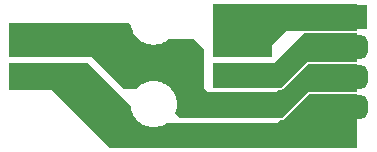
<source format=gbr>
%TF.GenerationSoftware,Altium Limited,Altium Designer,21.2.2 (38)*%
G04 Layer_Physical_Order=2*
G04 Layer_Color=16711680*
%FSLAX45Y45*%
%MOMM*%
%TF.SameCoordinates,3995F6FB-8084-4E5D-8546-3C017CB94CB1*%
%TF.FilePolarity,Positive*%
%TF.FileFunction,Copper,L2,Bot,Signal*%
%TF.Part,Single*%
G01*
G75*
%TA.AperFunction,ComponentPad*%
%ADD10C,1.50000*%
%ADD11R,1.50000X1.50000*%
G04:AMPARAMS|DCode=12|XSize=2mm|YSize=5mm|CornerRadius=0.5mm|HoleSize=0mm|Usage=FLASHONLY|Rotation=270.000|XOffset=0mm|YOffset=0mm|HoleType=Round|Shape=RoundedRectangle|*
%AMROUNDEDRECTD12*
21,1,2.00000,4.00000,0,0,270.0*
21,1,1.00000,5.00000,0,0,270.0*
1,1,1.00000,-2.00000,-0.50000*
1,1,1.00000,-2.00000,0.50000*
1,1,1.00000,2.00000,0.50000*
1,1,1.00000,2.00000,-0.50000*
%
%ADD12ROUNDEDRECTD12*%
%ADD13R,5.00000X2.00000*%
G36*
X2974512Y1020000D02*
X2370000D01*
X2250000Y900000D01*
Y800000D01*
X1750000D01*
Y1250000D01*
X2974512D01*
Y1020000D01*
D02*
G37*
G36*
Y760000D02*
X2550000D01*
X2330000Y540000D01*
X1750000D01*
Y750000D01*
X2270000D01*
X2520000Y1000000D01*
X2974512D01*
Y760000D01*
D02*
G37*
G36*
X1055816Y1074185D02*
X1061533Y1045440D01*
X1062494Y1043120D01*
X1062984Y1040659D01*
X1075799Y1009720D01*
X1077194Y1007632D01*
X1078154Y1005313D01*
X1096758Y977470D01*
X1098533Y975695D01*
X1099928Y973607D01*
X1123607Y949929D01*
X1125695Y948534D01*
X1127470Y946758D01*
X1155313Y928154D01*
X1157633Y927193D01*
X1159720Y925799D01*
X1190658Y912984D01*
X1193121Y912494D01*
X1195440Y911533D01*
X1228284Y905000D01*
X1230795D01*
X1233256Y904511D01*
X1266743D01*
X1269206Y905000D01*
X1271716D01*
X1304560Y911533D01*
X1306880Y912494D01*
X1309341Y912984D01*
X1340280Y925799D01*
X1342368Y927194D01*
X1344686Y928154D01*
X1372530Y946758D01*
X1374305Y948534D01*
X1376392Y949928D01*
X1376464Y950000D01*
X1590000D01*
X1680000Y860000D01*
Y530000D01*
X1710000Y500000D01*
X2290000D01*
X2313764Y523764D01*
X2330000D01*
X2341480Y528519D01*
X2552961Y740000D01*
X2974512D01*
Y500000D01*
X2560000D01*
X2340000Y280000D01*
X1470000D01*
X1428911Y321090D01*
X1437016Y340658D01*
X1437506Y343120D01*
X1438467Y345440D01*
X1445000Y378283D01*
Y380795D01*
X1445490Y383256D01*
Y400000D01*
Y416743D01*
X1445000Y419205D01*
Y421716D01*
X1438467Y454560D01*
X1437506Y456879D01*
X1437016Y459341D01*
X1424201Y490280D01*
X1422806Y492368D01*
X1421846Y494686D01*
X1403242Y522530D01*
X1401466Y524305D01*
X1400072Y526392D01*
X1376392Y550071D01*
X1374305Y551466D01*
X1372530Y553241D01*
X1344686Y571846D01*
X1342367Y572807D01*
X1340280Y574201D01*
X1309342Y587016D01*
X1306879Y587506D01*
X1304560Y588467D01*
X1271716Y595000D01*
X1269205D01*
X1266743Y595490D01*
X1233256D01*
X1230795Y595000D01*
X1228283D01*
X1195440Y588467D01*
X1193121Y587506D01*
X1190659Y587016D01*
X1159720Y574201D01*
X1157632Y572806D01*
X1155313Y571845D01*
X1127470Y553241D01*
X1125695Y551466D01*
X1123607Y550072D01*
X1103536Y530000D01*
X1000000D01*
X730000Y800000D01*
X25488D01*
Y1090000D01*
X1040000D01*
X1055816Y1074185D01*
D02*
G37*
G36*
X1054714Y382231D02*
X1055000Y380794D01*
Y378283D01*
X1061533Y345440D01*
X1062494Y343120D01*
X1062984Y340658D01*
X1075799Y309720D01*
X1077194Y307632D01*
X1078154Y305313D01*
X1096758Y277470D01*
X1098533Y275695D01*
X1099928Y273607D01*
X1123607Y249928D01*
X1125695Y248533D01*
X1127470Y246758D01*
X1155313Y228154D01*
X1157633Y227193D01*
X1159720Y225799D01*
X1190658Y212984D01*
X1193121Y212494D01*
X1195440Y211533D01*
X1228284Y205000D01*
X1230795D01*
X1233256Y204510D01*
X1266743D01*
X1269206Y205000D01*
X1271716D01*
X1304560Y211533D01*
X1306880Y212494D01*
X1309341Y212984D01*
X1340280Y225799D01*
X1342368Y227194D01*
X1344686Y228154D01*
X1357226Y236533D01*
X2296533D01*
X2323764Y263764D01*
X2340000D01*
X2351480Y268519D01*
X2566725Y483764D01*
X2974512D01*
Y25488D01*
X884512D01*
X390000Y520000D01*
X25488D01*
Y750000D01*
X686946D01*
X1054714Y382231D01*
D02*
G37*
D10*
X246000Y623000D02*
D03*
Y877000D02*
D03*
X500000Y623000D02*
D03*
X2100000D02*
D03*
X1846000Y877000D02*
D03*
Y623000D02*
D03*
D11*
X500000Y877000D02*
D03*
X2100000D02*
D03*
D12*
X2810000Y372000D02*
D03*
Y626000D02*
D03*
Y880000D02*
D03*
D13*
Y1134000D02*
D03*
%TF.MD5,e58bb2085dde7c9e4968dd8909da1b46*%
M02*

</source>
